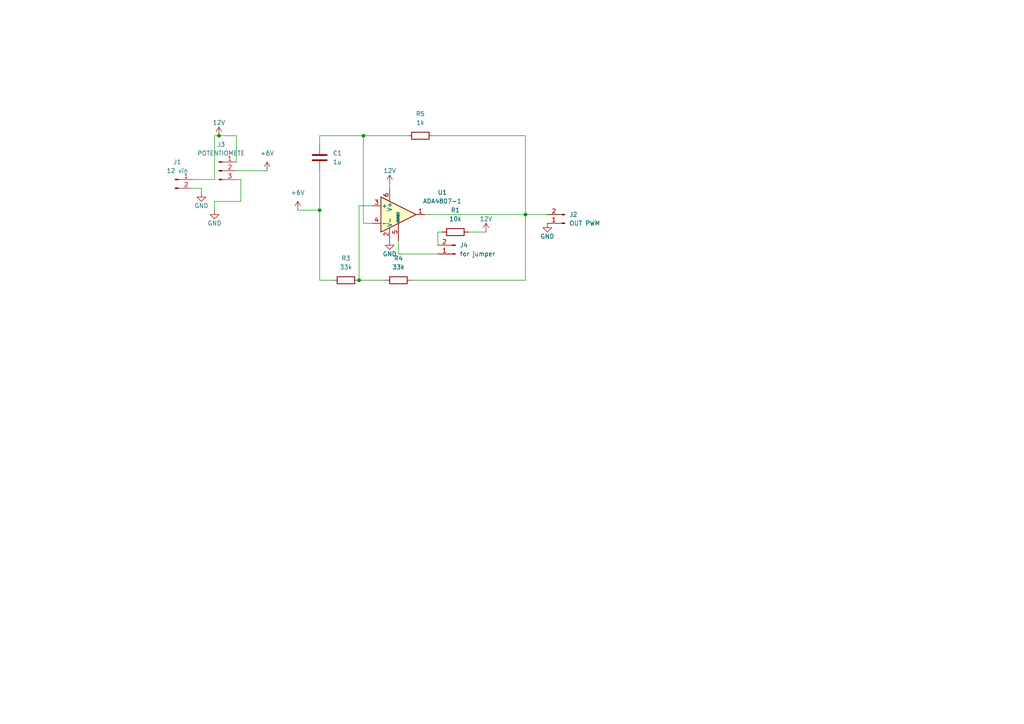
<source format=kicad_sch>
(kicad_sch (version 20250114) (generator "eeschema") (generator_version "9.0")
  (paper "A4")
  (lib_symbols
    (symbol "Amplifier_Operational:ADA4807-1" (pin_names (offset 0.127))
      (property "Reference" "U" (at 1.27 3.81 0))
      (property "Value" "ADA4807-1" (at 1.27 -3.81 0))
      (symbol "ADA4807-1_0_1"
        (polyline (pts (xy -5.08 5.08) (xy 5.08 0) (xy -5.08 -5.08) (xy -5.08 5.08)) (stroke (width 0.254)) (fill (type background)))
      )
      (symbol "ADA4807-1_1_1"
        (pin input line (at -7.62 2.54 0) (length 2.54) (name "+") (number "3"))
        (pin input line (at -7.62 -2.54 0) (length 2.54) (name "-") (number "4"))
        (pin power_in line (at -2.54 7.62 270) (length 3.81) (name "V+") (number "6"))
        (pin power_in line (at -2.54 -7.62 90) (length 3.81) (name "V-") (number "2"))
        (pin input line (at 0 -7.62 90) (length 5.08) (name "~{DISABLE}") (number "5"))
        (pin output line (at 7.62 0 180) (length 2.54) (name "~") (number "1"))
      )
    )
    (symbol "Connector:Conn_01x02_Pin" (pin_names (offset 1.016) (hide yes))
      (property "Reference" "J" (at 0 2.54 0))
      (property "Value" "Conn_01x02_Pin" (at 0 -5.08 0))
      (symbol "Conn_01x02_Pin_1_1"
        (rectangle (start 0.8636 0.127) (end 0 -0.127) (stroke (width 0.1524)) (fill (type outline)))
        (rectangle (start 0.8636 -2.413) (end 0 -2.667) (stroke (width 0.1524)) (fill (type outline)))
        (polyline (pts (xy 1.27 0) (xy 0.8636 0)) (stroke (width 0.1524)))
        (polyline (pts (xy 1.27 -2.54) (xy 0.8636 -2.54)) (stroke (width 0.1524)))
        (pin passive line (at 5.08 0 180) (length 3.81) (name "Pin_1") (number "1"))
        (pin passive line (at 5.08 -2.54 180) (length 3.81) (name "Pin_2") (number "2"))
      )
    )
    (symbol "Connector:Conn_01x03_Pin" (pin_names (offset 1.016) (hide yes))
      (property "Reference" "J" (at 0 5.08 0))
      (property "Value" "Conn_01x03_Pin" (at 0 -5.08 0))
      (symbol "Conn_01x03_Pin_1_1"
        (rectangle (start 0.8636 2.667) (end 0 2.413) (stroke (width 0.1524)) (fill (type outline)))
        (rectangle (start 0.8636 0.127) (end 0 -0.127) (stroke (width 0.1524)) (fill (type outline)))
        (rectangle (start 0.8636 -2.413) (end 0 -2.667) (stroke (width 0.1524)) (fill (type outline)))
        (polyline (pts (xy 1.27 2.54) (xy 0.8636 2.54)) (stroke (width 0.1524)))
        (polyline (pts (xy 1.27 0) (xy 0.8636 0)) (stroke (width 0.1524)))
        (polyline (pts (xy 1.27 -2.54) (xy 0.8636 -2.54)) (stroke (width 0.1524)))
        (pin passive line (at 5.08 2.54 180) (length 3.81) (name "Pin_1") (number "1"))
        (pin passive line (at 5.08 0 180) (length 3.81) (name "Pin_2") (number "2"))
        (pin passive line (at 5.08 -2.54 180) (length 3.81) (name "Pin_3") (number "3"))
      )
    )
    (symbol "Device:C" (pin_numbers (hide yes)) (pin_names (offset 0.254))
      (property "Reference" "C" (at 0.635 2.54 0))
      (property "Value" "C" (at 0.635 -2.54 0))
      (symbol "C_0_1"
        (polyline (pts (xy -2.032 0.762) (xy 2.032 0.762)) (stroke (width 0.508)))
        (polyline (pts (xy -2.032 -0.762) (xy 2.032 -0.762)) (stroke (width 0.508)))
      )
      (symbol "C_1_1"
        (pin passive line (at 0 3.81 270) (length 2.794) (name "~") (number "1"))
        (pin passive line (at 0 -3.81 90) (length 2.794) (name "~") (number "2"))
      )
    )
    (symbol "Device:R" (pin_numbers (hide yes)) (pin_names (offset 0))
      (property "Reference" "R" (at 2.032 0 90))
      (property "Value" "R" (at 0 0 90))
      (symbol "R_0_1"
        (rectangle (start -1.016 -2.54) (end 1.016 2.54) (stroke (width 0.254)))
      )
      (symbol "R_1_1"
        (pin passive line (at 0 3.81 270) (length 1.27) (name "~") (number "1"))
        (pin passive line (at 0 -3.81 90) (length 1.27) (name "~") (number "2"))
      )
    )
    (symbol "PCM_SparkFun-PowerSymbol:12V" (power) (pin_names (offset 0))
      (property "Value" "12V" (at 0 3.81 0))
      (symbol "12V_0_1"
        (polyline (pts (xy -0.762 1.27) (xy 0 2.54)))
        (polyline (pts (xy 0 2.54) (xy 0.762 1.27)))
        (polyline (pts (xy 0 0) (xy 0 2.54)))
      )
      (symbol "12V_1_1"
        (pin power_in line (at 0 0 90) (length 0) (hide yes) (name "12V") (number "1"))
      )
    )
    (symbol "PCM_SparkFun-PowerSymbol:GND" (power) (pin_names (offset 0))
      (property "Value" "GND" (at 0 -3.81 0))
      (symbol "GND_0_1"
        (polyline (pts (xy 0 0) (xy 0 -1.27) (xy 1.27 -1.27) (xy 0 -2.54) (xy -1.27 -1.27) (xy 0 -1.27)))
      )
      (symbol "GND_1_1"
        (pin power_in line (at 0 0 270) (length 0) (hide yes) (name "GND") (number "1"))
      )
    )
    (symbol "power:+6V" (power) (pin_numbers (hide yes)) (pin_names (offset 0) (hide yes))
      (property "Value" "+6V" (at 0 3.556 0))
      (symbol "+6V_0_1"
        (polyline (pts (xy -0.762 1.27) (xy 0 2.54)))
        (polyline (pts (xy 0 2.54) (xy 0.762 1.27)))
        (polyline (pts (xy 0 0) (xy 0 2.54)))
      )
      (symbol "+6V_1_1"
        (pin power_in line (at 0 0 90) (length 0) (name "~") (number "1"))
      )
    )
  )
  (junction (at 152.4 62.23))
  (junction (at 105.41 39.37))
  (junction (at 104.14 81.28))
  (junction (at 63.5 39.37))
  (junction (at 92.71 60.96))
  (wire (pts (xy 123.19 62.23) (xy 152.4 62.23)))
  (wire (pts (xy 69.85 58.42) (xy 69.85 52.07)))
  (wire (pts (xy 105.41 64.77) (xy 107.95 64.77)))
  (wire (pts (xy 125.73 39.37) (xy 152.4 39.37)))
  (wire (pts (xy 86.36 60.96) (xy 92.71 60.96)))
  (wire (pts (xy 115.57 73.66) (xy 115.57 69.85)))
  (wire (pts (xy 135.89 67.31) (xy 140.97 67.31)))
  (wire (pts (xy 62.23 58.42) (xy 69.85 58.42)))
  (wire (pts (xy 152.4 39.37) (xy 152.4 62.23)))
  (wire (pts (xy 105.41 39.37) (xy 105.41 64.77)))
  (wire (pts (xy 127 71.12) (xy 127 67.31)))
  (wire (pts (xy 68.58 49.53) (xy 77.47 49.53)))
  (wire (pts (xy 111.76 81.28) (xy 104.14 81.28)))
  (wire (pts (xy 55.88 54.61) (xy 58.42 54.61)))
  (wire (pts (xy 119.38 81.28) (xy 152.4 81.28)))
  (wire (pts (xy 58.42 55.88) (xy 58.42 54.61)))
  (wire (pts (xy 62.23 60.96) (xy 62.23 58.42)))
  (wire (pts (xy 62.23 39.37) (xy 63.5 39.37)))
  (wire (pts (xy 69.85 52.07) (xy 68.58 52.07)))
  (wire (pts (xy 104.14 59.69) (xy 107.95 59.69)))
  (wire (pts (xy 92.71 49.53) (xy 92.71 60.96)))
  (wire (pts (xy 63.5 39.37) (xy 68.58 39.37)))
  (wire (pts (xy 62.23 52.07) (xy 62.23 39.37)))
  (wire (pts (xy 104.14 81.28) (xy 104.14 59.69)))
  (wire (pts (xy 55.88 52.07) (xy 62.23 52.07)))
  (wire (pts (xy 92.71 41.91) (xy 92.71 39.37)))
  (wire (pts (xy 152.4 81.28) (xy 152.4 62.23)))
  (wire (pts (xy 152.4 62.23) (xy 158.75 62.23)))
  (wire (pts (xy 92.71 60.96) (xy 92.71 81.28)))
  (wire (pts (xy 92.71 81.28) (xy 96.52 81.28)))
  (wire (pts (xy 105.41 39.37) (xy 118.11 39.37)))
  (wire (pts (xy 68.58 39.37) (xy 68.58 46.99)))
  (wire (pts (xy 127 67.31) (xy 128.27 67.31)))
  (wire (pts (xy 113.03 53.34) (xy 113.03 54.61)))
  (wire (pts (xy 92.71 39.37) (xy 105.41 39.37)))
  (wire (pts (xy 127 73.66) (xy 115.57 73.66)))
  (symbol (lib_id "Device:R") (at 121.92 39.37 90) (unit 1)
    (property "Reference" "R5" (at 121.92 33.02 90))
    (property "Value" "1k" (at 121.92 35.56 90))
    (property "Footprint" "Resistor_THT:R_Axial_DIN0411_L9.9mm_D3.6mm_P15.24mm_Horizontal" (effects (hide yes)))
    (property "Description" "Resistor" (effects (hide yes)))
  )
  (symbol (lib_id "PCM_SparkFun-PowerSymbol:12V") (at 63.5 39.37 0) (unit 1)
    (property "Reference" "#PWR01" (effects (hide yes)))
    (property "Value" "12V" (at 63.5 35.56 0))
    (property "Description" "Power symbol creates a global label with name \"12V\"" (effects (hide yes)))
  )
  (symbol (lib_id "Connector:Conn_01x02_Pin") (at 163.83 64.77 180) (unit 1)
    (property "Reference" "J2" (at 165.1 62.2299 0) (effects (justify right)))
    (property "Value" "OUT PWM" (at 165.1 64.7699 0) (effects (justify right)))
    (property "Footprint" "Connector_PinHeader_2.54mm:PinHeader_1x02_P2.54mm_Vertical" (effects (hide yes)))
    (property "Description" "Generic connector, single row, 01x02, script generated" (effects (hide yes)))
  )
  (symbol (lib_id "PCM_SparkFun-PowerSymbol:GND") (at 62.23 60.96 0) (unit 1)
    (property "Reference" "#PWR05" (effects (hide yes)))
    (property "Value" "GND" (at 62.23 64.77 0))
    (property "Description" "Power symbol creates a global label with name \"GND\" , ground" (effects (hide yes)))
  )
  (symbol (lib_id "Device:R") (at 132.08 67.31 90) (unit 1)
    (property "Reference" "R1" (at 132.08 60.96 90))
    (property "Value" "10k" (at 132.08 63.5 90))
    (property "Footprint" "Resistor_SMD:R_0805_2012Metric" (effects (hide yes)))
    (property "Description" "Resistor" (effects (hide yes)))
  )
  (symbol (lib_id "Device:R") (at 115.57 81.28 90) (unit 1)
    (property "Reference" "R4" (at 115.57 74.93 90))
    (property "Value" "33k" (at 115.57 77.47 90))
    (property "Footprint" "Resistor_SMD:R_0805_2012Metric" (effects (hide yes)))
    (property "Description" "Resistor" (effects (hide yes)))
  )
  (symbol (lib_id "Connector:Conn_01x02_Pin") (at 132.08 73.66 180) (unit 1)
    (property "Reference" "J4" (at 133.35 71.1199 0) (effects (justify right)))
    (property "Value" "for jumper" (at 133.35 73.6599 0) (effects (justify right)))
    (property "Footprint" "Connector_PinHeader_2.54mm:PinHeader_1x02_P2.54mm_Vertical" (effects (hide yes)))
    (property "Description" "Generic connector, single row, 01x02, script generated" (effects (hide yes)))
  )
  (symbol (lib_id "PCM_SparkFun-PowerSymbol:12V") (at 113.03 53.34 0) (unit 1)
    (property "Reference" "#PWR03" (effects (hide yes)))
    (property "Value" "12V" (at 113.03 49.53 0))
    (property "Description" "Power symbol creates a global label with name \"12V\"" (effects (hide yes)))
  )
  (symbol (lib_id "power:+6V") (at 86.36 60.96 0) (unit 1)
    (property "Reference" "#PWR08" (effects (hide yes)))
    (property "Value" "+6V" (at 86.36 55.88 0))
    (property "Description" "Power symbol creates a global label with name \"+6V\"" (effects (hide yes)))
  )
  (symbol (lib_id "Amplifier_Operational:ADA4807-1") (at 115.57 62.23 0) (unit 1)
    (property "Reference" "U1" (at 128.27 55.8098 0))
    (property "Value" "ADA4807-1" (at 128.27 58.3498 0))
    (property "Footprint" "Package_TO_SOT_SMD:SOT-23-6" (effects (hide yes)))
    (property "Datasheet" "https://www.analog.com/media/en/technical-documentation/data-sheets/ADA4807-1_4807-2_4807-4.pdf" (effects (hide yes)))
    (property "Description" "Single Rail-to-Rail Input/Output Amplifiers, with disable, SC-70-6/SOT-23-6" (effects (hide yes)))
  )
  (symbol (lib_id "PCM_SparkFun-PowerSymbol:GND") (at 158.75 64.77 0) (unit 1)
    (property "Reference" "#PWR04" (effects (hide yes)))
    (property "Value" "GND" (at 158.75 68.58 0))
    (property "Description" "Power symbol creates a global label with name \"GND\" , ground" (effects (hide yes)))
  )
  (symbol (lib_id "Device:C") (at 92.71 45.72 0) (unit 1)
    (property "Reference" "C1" (at 96.52 44.4499 0) (effects (justify left)))
    (property "Value" "1u" (at 96.52 46.9899 0) (effects (justify left)))
    (property "Footprint" "Capacitor_SMD:C_0805_2012Metric" (effects (hide yes)))
    (property "Description" "Unpolarized capacitor" (effects (hide yes)))
  )
  (symbol (lib_id "PCM_SparkFun-PowerSymbol:GND") (at 113.03 69.85 0) (unit 1)
    (property "Reference" "#PWR02" (effects (hide yes)))
    (property "Value" "GND" (at 113.03 73.66 0))
    (property "Description" "Power symbol creates a global label with name \"GND\" , ground" (effects (hide yes)))
  )
  (symbol (lib_id "Device:R") (at 100.33 81.28 90) (unit 1)
    (property "Reference" "R3" (at 100.33 74.93 90))
    (property "Value" "33k" (at 100.33 77.47 90))
    (property "Footprint" "Resistor_SMD:R_0805_2012Metric" (effects (hide yes)))
    (property "Description" "Resistor" (effects (hide yes)))
  )
  (symbol (lib_id "Connector:Conn_01x03_Pin") (at 63.5 49.53 0) (unit 1)
    (property "Reference" "J3" (at 64.135 41.91 0))
    (property "Value" "POTENTIOMETE" (at 64.135 44.45 0))
    (property "Footprint" "Connector_PinSocket_2.54mm:PinSocket_1x03_P2.54mm_Vertical" (effects (hide yes)))
    (property "Description" "Generic connector, single row, 01x03, script generated" (effects (hide yes)))
  )
  (symbol (lib_id "power:+6V") (at 77.47 49.53 0) (unit 1)
    (property "Reference" "#PWR07" (effects (hide yes)))
    (property "Value" "+6V" (at 77.47 44.45 0))
    (property "Description" "Power symbol creates a global label with name \"+6V\"" (effects (hide yes)))
  )
  (symbol (lib_id "PCM_SparkFun-PowerSymbol:12V") (at 140.97 67.31 0) (unit 1)
    (property "Reference" "#PWR09" (effects (hide yes)))
    (property "Value" "12V" (at 140.97 63.5 0))
    (property "Description" "Power symbol creates a global label with name \"12V\"" (effects (hide yes)))
  )
  (symbol (lib_id "Connector:Conn_01x02_Pin") (at 50.8 52.07 0) (unit 1)
    (property "Reference" "J1" (at 51.435 46.99 0))
    (property "Value" "12 vin" (at 51.435 49.53 0))
    (property "Footprint" "Connector_PinHeader_2.54mm:PinHeader_1x02_P2.54mm_Vertical" (effects (hide yes)))
    (property "Description" "Generic connector, single row, 01x02, script generated" (effects (hide yes)))
  )
  (symbol (lib_id "PCM_SparkFun-PowerSymbol:GND") (at 58.42 55.88 0) (unit 1)
    (property "Reference" "#PWR06" (effects (hide yes)))
    (property "Value" "GND" (at 58.42 59.69 0))
    (property "Description" "Power symbol creates a global label with name \"GND\" , ground" (effects (hide yes)))
  )
)
</source>
